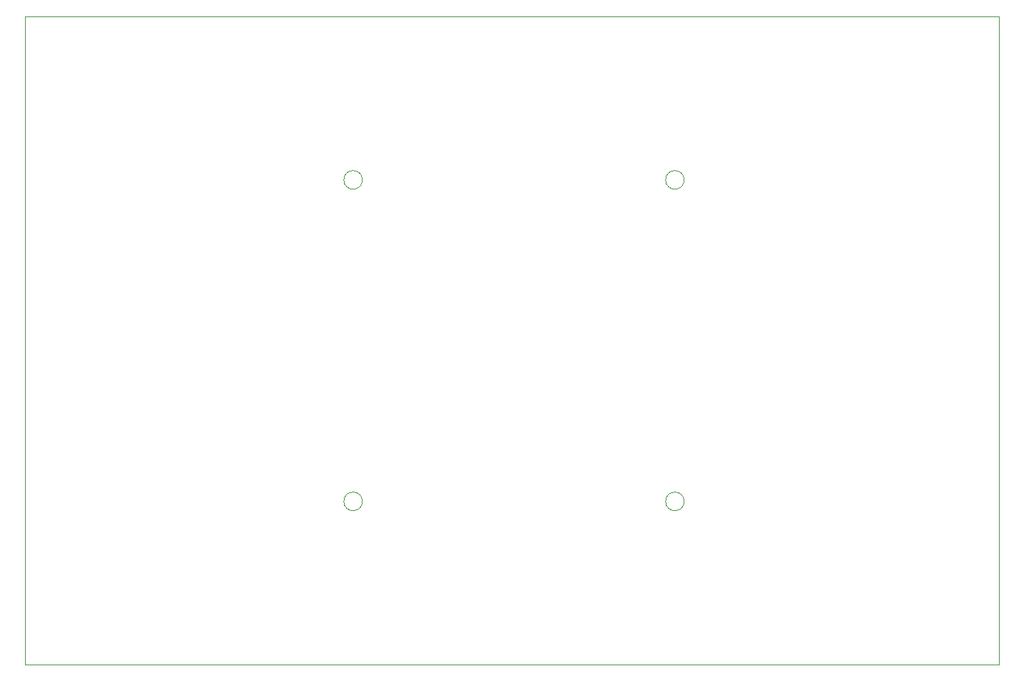
<source format=gbr>
%TF.GenerationSoftware,KiCad,Pcbnew,7.0.8*%
%TF.CreationDate,2024-10-11T08:25:22+09:00*%
%TF.ProjectId,cool642r,636f6f6c-3634-4327-922e-6b696361645f,rev?*%
%TF.SameCoordinates,Original*%
%TF.FileFunction,Profile,NP*%
%FSLAX46Y46*%
G04 Gerber Fmt 4.6, Leading zero omitted, Abs format (unit mm)*
G04 Created by KiCad (PCBNEW 7.0.8) date 2024-10-11 08:25:22*
%MOMM*%
%LPD*%
G01*
G04 APERTURE LIST*
%TA.AperFunction,Profile*%
%ADD10C,0.100000*%
%TD*%
G04 APERTURE END LIST*
D10*
X163020000Y-9530000D02*
G75*
G03*
X163020000Y-9530000I-1100000J0D01*
G01*
X163020000Y-47620000D02*
G75*
G03*
X163020000Y-47620000I-1100000J0D01*
G01*
X84950000Y9820000D02*
X200300000Y9820000D01*
X200300000Y-66930000D01*
X84950000Y-66930000D01*
X84950000Y9820000D01*
X124920000Y-47620000D02*
G75*
G03*
X124920000Y-47620000I-1100000J0D01*
G01*
X124920000Y-9530000D02*
G75*
G03*
X124920000Y-9530000I-1100000J0D01*
G01*
M02*

</source>
